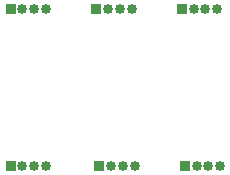
<source format=gbr>
%TF.GenerationSoftware,KiCad,Pcbnew,9.0.0*%
%TF.CreationDate,2025-03-29T16:04:54-07:00*%
%TF.ProjectId,SignalHead3,5369676e-616c-4486-9561-64332e6b6963,n/c*%
%TF.SameCoordinates,Original*%
%TF.FileFunction,Soldermask,Bot*%
%TF.FilePolarity,Negative*%
%FSLAX46Y46*%
G04 Gerber Fmt 4.6, Leading zero omitted, Abs format (unit mm)*
G04 Created by KiCad (PCBNEW 9.0.0) date 2025-03-29 16:04:54*
%MOMM*%
%LPD*%
G01*
G04 APERTURE LIST*
%ADD10R,0.850000X0.850000*%
%ADD11O,0.850000X0.850000*%
G04 APERTURE END LIST*
D10*
%TO.C,J1*%
X143250000Y-128500000D03*
D11*
X144250000Y-128500000D03*
X145250000Y-128500000D03*
X146250000Y-128500000D03*
%TD*%
D10*
%TO.C,J1*%
X136000000Y-128500000D03*
D11*
X137000000Y-128500000D03*
X138000000Y-128500000D03*
X139000000Y-128500000D03*
%TD*%
D10*
%TO.C,J1*%
X128500000Y-128500000D03*
D11*
X129500000Y-128500000D03*
X130500000Y-128500000D03*
X131500000Y-128500000D03*
%TD*%
D10*
%TO.C,J1*%
X143000000Y-115250000D03*
D11*
X144000000Y-115250000D03*
X145000000Y-115250000D03*
X146000000Y-115250000D03*
%TD*%
D10*
%TO.C,J1*%
X135750000Y-115250000D03*
D11*
X136750000Y-115250000D03*
X137750000Y-115250000D03*
X138750000Y-115250000D03*
%TD*%
D10*
%TO.C,J1*%
X128500000Y-115250000D03*
D11*
X129500000Y-115250000D03*
X130500000Y-115250000D03*
X131500000Y-115250000D03*
%TD*%
M02*

</source>
